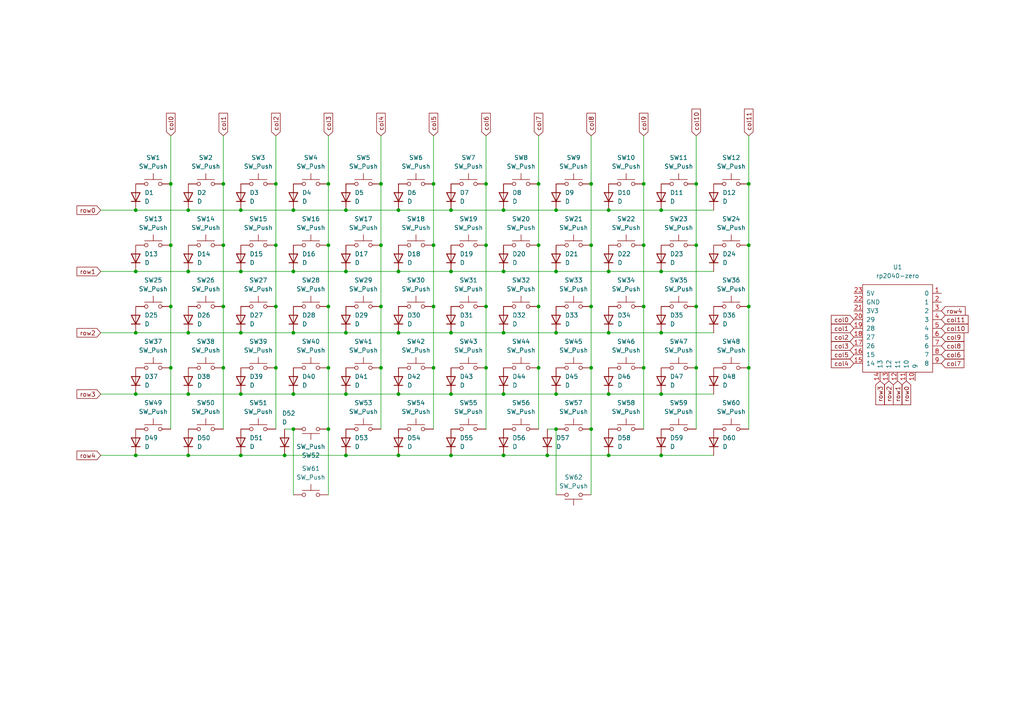
<source format=kicad_sch>
(kicad_sch (version 20231120) (generator "eeschema") (generator_version "8.0")
  (paper "A4")
  (title_block (title "Form Neo") (date "2024-10-06") (rev "1.0"))
  (junction (at 69.85 60.96))
  (junction (at 146.05 96.52))
  (junction (at 39.37 114.3))
  (junction (at 156.21 71.12))
  (junction (at 100.33 96.52))
  (junction (at 146.05 132.08))
  (junction (at 69.85 114.3))
  (junction (at 171.45 71.12))
  (junction (at 110.49 106.68))
  (junction (at 140.97 88.9))
  (junction (at 85.09 60.96))
  (junction (at 110.49 71.12))
  (junction (at 140.97 106.68))
  (junction (at 161.29 96.52))
  (junction (at 85.09 96.52))
  (junction (at 161.29 124.46))
  (junction (at 191.77 78.74))
  (junction (at 95.25 88.9))
  (junction (at 54.61 96.52))
  (junction (at 80.01 106.68))
  (junction (at 191.77 132.08))
  (junction (at 80.01 71.12))
  (junction (at 125.73 53.34))
  (junction (at 54.61 78.74))
  (junction (at 39.37 60.96))
  (junction (at 39.37 132.08))
  (junction (at 95.25 71.12))
  (junction (at 146.05 78.74))
  (junction (at 100.33 78.74))
  (junction (at 217.17 88.9))
  (junction (at 85.09 78.74))
  (junction (at 49.53 71.12))
  (junction (at 191.77 96.52))
  (junction (at 176.53 96.52))
  (junction (at 69.85 78.74))
  (junction (at 115.57 132.08))
  (junction (at 115.57 114.3))
  (junction (at 95.25 53.34))
  (junction (at 176.53 114.3))
  (junction (at 130.81 114.3))
  (junction (at 201.93 106.68))
  (junction (at 201.93 88.9))
  (junction (at 110.49 53.34))
  (junction (at 156.21 106.68))
  (junction (at 69.85 132.08))
  (junction (at 64.77 53.34))
  (junction (at 54.61 132.08))
  (junction (at 176.53 132.08))
  (junction (at 191.77 60.96))
  (junction (at 115.57 78.74))
  (junction (at 201.93 53.34))
  (junction (at 171.45 88.9))
  (junction (at 161.29 114.3))
  (junction (at 64.77 88.9))
  (junction (at 39.37 78.74))
  (junction (at 49.53 88.9))
  (junction (at 95.25 124.46))
  (junction (at 100.33 60.96))
  (junction (at 125.73 88.9))
  (junction (at 186.69 88.9))
  (junction (at 171.45 53.34))
  (junction (at 176.53 60.96))
  (junction (at 201.93 71.12))
  (junction (at 49.53 53.34))
  (junction (at 54.61 60.96))
  (junction (at 217.17 106.68))
  (junction (at 156.21 53.34))
  (junction (at 176.53 78.74))
  (junction (at 140.97 71.12))
  (junction (at 156.21 88.9))
  (junction (at 191.77 114.3))
  (junction (at 85.09 124.46))
  (junction (at 161.29 60.96))
  (junction (at 217.17 53.34))
  (junction (at 130.81 78.74))
  (junction (at 146.05 114.3))
  (junction (at 171.45 124.46))
  (junction (at 158.75 132.08))
  (junction (at 130.81 132.08))
  (junction (at 115.57 60.96))
  (junction (at 80.01 53.34))
  (junction (at 100.33 132.08))
  (junction (at 49.53 106.68))
  (junction (at 186.69 53.34))
  (junction (at 171.45 106.68))
  (junction (at 161.29 78.74))
  (junction (at 110.49 88.9))
  (junction (at 140.97 53.34))
  (junction (at 125.73 106.68))
  (junction (at 100.33 114.3))
  (junction (at 115.57 96.52))
  (junction (at 80.01 88.9))
  (junction (at 85.09 114.3))
  (junction (at 82.55 132.08))
  (junction (at 186.69 71.12))
  (junction (at 64.77 71.12))
  (junction (at 146.05 60.96))
  (junction (at 217.17 71.12))
  (junction (at 125.73 71.12))
  (junction (at 186.69 106.68))
  (junction (at 69.85 96.52))
  (junction (at 64.77 106.68))
  (junction (at 54.61 114.3))
  (junction (at 95.25 106.68))
  (junction (at 130.81 60.96))
  (junction (at 130.81 96.52))
  (junction (at 39.37 96.52))
  (wire (pts (xy 115.57 96.52) (xy 130.81 96.52)))
  (wire (pts (xy 201.93 53.34) (xy 201.93 71.12)))
  (wire (pts (xy 191.77 96.52) (xy 207.01 96.52)))
  (wire (pts (xy 115.57 60.96) (xy 130.81 60.96)))
  (wire (pts (xy 158.75 132.08) (xy 176.53 132.08)))
  (wire (pts (xy 110.49 53.34) (xy 110.49 71.12)))
  (wire (pts (xy 171.45 88.9) (xy 171.45 106.68)))
  (wire (pts (xy 125.73 39.37) (xy 125.73 53.34)))
  (wire (pts (xy 69.85 132.08) (xy 82.55 132.08)))
  (wire (pts (xy 69.85 114.3) (xy 85.09 114.3)))
  (wire (pts (xy 140.97 39.37) (xy 140.97 53.34)))
  (wire (pts (xy 49.53 88.9) (xy 49.53 106.68)))
  (wire (pts (xy 125.73 53.34) (xy 125.73 71.12)))
  (wire (pts (xy 176.53 96.52) (xy 191.77 96.52)))
  (wire (pts (xy 69.85 78.74) (xy 85.09 78.74)))
  (wire (pts (xy 95.25 124.46) (xy 95.25 143.51)))
  (wire (pts (xy 39.37 96.52) (xy 54.61 96.52)))
  (wire (pts (xy 110.49 106.68) (xy 110.49 124.46)))
  (wire (pts (xy 191.77 78.74) (xy 207.01 78.74)))
  (wire (pts (xy 201.93 71.12) (xy 201.93 88.9)))
  (wire (pts (xy 85.09 124.46) (xy 85.09 143.51)))
  (wire (pts (xy 186.69 71.12) (xy 186.69 88.9)))
  (wire (pts (xy 171.45 124.46) (xy 171.45 143.51)))
  (wire (pts (xy 95.25 53.34) (xy 95.25 71.12)))
  (wire (pts (xy 39.37 78.74) (xy 54.61 78.74)))
  (wire (pts (xy 85.09 114.3) (xy 100.33 114.3)))
  (wire (pts (xy 201.93 106.68) (xy 201.93 124.46)))
  (wire (pts (xy 161.29 124.46) (xy 161.29 143.51)))
  (wire (pts (xy 64.77 53.34) (xy 64.77 71.12)))
  (wire (pts (xy 29.21 132.08) (xy 39.37 132.08)))
  (wire (pts (xy 95.25 39.37) (xy 95.25 53.34)))
  (wire (pts (xy 158.75 124.46) (xy 161.29 124.46)))
  (wire (pts (xy 85.09 96.52) (xy 100.33 96.52)))
  (wire (pts (xy 217.17 39.37) (xy 217.17 53.34)))
  (wire (pts (xy 125.73 106.68) (xy 125.73 124.46)))
  (wire (pts (xy 95.25 88.9) (xy 95.25 106.68)))
  (wire (pts (xy 146.05 132.08) (xy 158.75 132.08)))
  (wire (pts (xy 130.81 132.08) (xy 146.05 132.08)))
  (wire (pts (xy 201.93 88.9) (xy 201.93 106.68)))
  (wire (pts (xy 146.05 114.3) (xy 161.29 114.3)))
  (wire (pts (xy 191.77 132.08) (xy 207.01 132.08)))
  (wire (pts (xy 29.21 96.52) (xy 39.37 96.52)))
  (wire (pts (xy 140.97 88.9) (xy 140.97 106.68)))
  (wire (pts (xy 64.77 39.37) (xy 64.77 53.34)))
  (wire (pts (xy 100.33 96.52) (xy 115.57 96.52)))
  (wire (pts (xy 217.17 106.68) (xy 217.17 124.46)))
  (wire (pts (xy 49.53 53.34) (xy 49.53 71.12)))
  (wire (pts (xy 130.81 96.52) (xy 146.05 96.52)))
  (wire (pts (xy 130.81 60.96) (xy 146.05 60.96)))
  (wire (pts (xy 82.55 132.08) (xy 100.33 132.08)))
  (wire (pts (xy 186.69 39.37) (xy 186.69 53.34)))
  (wire (pts (xy 110.49 71.12) (xy 110.49 88.9)))
  (wire (pts (xy 29.21 60.96) (xy 39.37 60.96)))
  (wire (pts (xy 85.09 60.96) (xy 100.33 60.96)))
  (wire (pts (xy 161.29 96.52) (xy 176.53 96.52)))
  (wire (pts (xy 140.97 71.12) (xy 140.97 88.9)))
  (wire (pts (xy 95.25 71.12) (xy 95.25 88.9)))
  (wire (pts (xy 140.97 53.34) (xy 140.97 71.12)))
  (wire (pts (xy 191.77 114.3) (xy 207.01 114.3)))
  (wire (pts (xy 85.09 78.74) (xy 100.33 78.74)))
  (wire (pts (xy 49.53 106.68) (xy 49.53 124.46)))
  (wire (pts (xy 156.21 88.9) (xy 156.21 106.68)))
  (wire (pts (xy 176.53 60.96) (xy 191.77 60.96)))
  (wire (pts (xy 100.33 132.08) (xy 115.57 132.08)))
  (wire (pts (xy 171.45 71.12) (xy 171.45 88.9)))
  (wire (pts (xy 80.01 39.37) (xy 80.01 53.34)))
  (wire (pts (xy 201.93 39.37) (xy 201.93 53.34)))
  (wire (pts (xy 110.49 39.37) (xy 110.49 53.34)))
  (wire (pts (xy 156.21 53.34) (xy 156.21 71.12)))
  (wire (pts (xy 110.49 88.9) (xy 110.49 106.68)))
  (wire (pts (xy 156.21 71.12) (xy 156.21 88.9)))
  (wire (pts (xy 49.53 71.12) (xy 49.53 88.9)))
  (wire (pts (xy 82.55 124.46) (xy 85.09 124.46)))
  (wire (pts (xy 130.81 78.74) (xy 146.05 78.74)))
  (wire (pts (xy 54.61 60.96) (xy 69.85 60.96)))
  (wire (pts (xy 64.77 106.68) (xy 64.77 124.46)))
  (wire (pts (xy 161.29 78.74) (xy 176.53 78.74)))
  (wire (pts (xy 69.85 60.96) (xy 85.09 60.96)))
  (wire (pts (xy 29.21 78.74) (xy 39.37 78.74)))
  (wire (pts (xy 217.17 53.34) (xy 217.17 71.12)))
  (wire (pts (xy 100.33 114.3) (xy 115.57 114.3)))
  (wire (pts (xy 80.01 88.9) (xy 80.01 106.68)))
  (wire (pts (xy 146.05 60.96) (xy 161.29 60.96)))
  (wire (pts (xy 176.53 132.08) (xy 191.77 132.08)))
  (wire (pts (xy 186.69 53.34) (xy 186.69 71.12)))
  (wire (pts (xy 115.57 78.74) (xy 130.81 78.74)))
  (wire (pts (xy 130.81 114.3) (xy 146.05 114.3)))
  (wire (pts (xy 54.61 78.74) (xy 69.85 78.74)))
  (wire (pts (xy 29.21 114.3) (xy 39.37 114.3)))
  (wire (pts (xy 80.01 71.12) (xy 80.01 88.9)))
  (wire (pts (xy 146.05 96.52) (xy 161.29 96.52)))
  (wire (pts (xy 115.57 132.08) (xy 130.81 132.08)))
  (wire (pts (xy 39.37 132.08) (xy 54.61 132.08)))
  (wire (pts (xy 125.73 71.12) (xy 125.73 88.9)))
  (wire (pts (xy 39.37 114.3) (xy 54.61 114.3)))
  (wire (pts (xy 54.61 132.08) (xy 69.85 132.08)))
  (wire (pts (xy 95.25 106.68) (xy 95.25 124.46)))
  (wire (pts (xy 39.37 60.96) (xy 54.61 60.96)))
  (wire (pts (xy 80.01 106.68) (xy 80.01 124.46)))
  (wire (pts (xy 100.33 60.96) (xy 115.57 60.96)))
  (wire (pts (xy 100.33 78.74) (xy 115.57 78.74)))
  (wire (pts (xy 217.17 88.9) (xy 217.17 106.68)))
  (wire (pts (xy 171.45 39.37) (xy 171.45 53.34)))
  (wire (pts (xy 176.53 114.3) (xy 191.77 114.3)))
  (wire (pts (xy 146.05 78.74) (xy 161.29 78.74)))
  (wire (pts (xy 171.45 53.34) (xy 171.45 71.12)))
  (wire (pts (xy 69.85 96.52) (xy 85.09 96.52)))
  (wire (pts (xy 115.57 114.3) (xy 130.81 114.3)))
  (wire (pts (xy 161.29 60.96) (xy 176.53 60.96)))
  (wire (pts (xy 171.45 106.68) (xy 171.45 124.46)))
  (wire (pts (xy 80.01 53.34) (xy 80.01 71.12)))
  (wire (pts (xy 217.17 71.12) (xy 217.17 88.9)))
  (wire (pts (xy 186.69 106.68) (xy 186.69 124.46)))
  (wire (pts (xy 156.21 39.37) (xy 156.21 53.34)))
  (wire (pts (xy 161.29 114.3) (xy 176.53 114.3)))
  (wire (pts (xy 125.73 88.9) (xy 125.73 106.68)))
  (wire (pts (xy 140.97 106.68) (xy 140.97 124.46)))
  (wire (pts (xy 156.21 106.68) (xy 156.21 124.46)))
  (wire (pts (xy 64.77 71.12) (xy 64.77 88.9)))
  (wire (pts (xy 186.69 88.9) (xy 186.69 106.68)))
  (wire (pts (xy 64.77 88.9) (xy 64.77 106.68)))
  (wire (pts (xy 54.61 114.3) (xy 69.85 114.3)))
  (wire (pts (xy 49.53 39.37) (xy 49.53 53.34)))
  (wire (pts (xy 176.53 78.74) (xy 191.77 78.74)))
  (wire (pts (xy 191.77 60.96) (xy 207.01 60.96)))
  (wire (pts (xy 54.61 96.52) (xy 69.85 96.52)))
  (global_label "row1" (shape input) (at 29.21 78.74 180) (property "Intersheetrefs" "${INTERSHEET_REFS}" (effects (hide yes))))
  (global_label "row0" (shape input) (at 29.21 60.96 180) (property "Intersheetrefs" "${INTERSHEET_REFS}" (effects (hide yes))))
  (global_label "col2" (shape input) (at 247.65 97.79 180) (property "Intersheetrefs" "${INTERSHEET_REFS}" (effects (hide yes))))
  (global_label "row1" (shape input) (at 260.35 110.49 270) (property "Intersheetrefs" "${INTERSHEET_REFS}" (effects (hide yes))))
  (global_label "col6" (shape input) (at 273.05 102.87 0) (property "Intersheetrefs" "${INTERSHEET_REFS}" (effects (hide yes))))
  (global_label "col9" (shape input) (at 273.05 97.79 0) (property "Intersheetrefs" "${INTERSHEET_REFS}" (effects (hide yes))))
  (global_label "col11" (shape input) (at 273.05 92.71 0) (property "Intersheetrefs" "${INTERSHEET_REFS}" (effects (hide yes))))
  (global_label "col5" (shape input) (at 247.65 102.87 180) (property "Intersheetrefs" "${INTERSHEET_REFS}" (effects (hide yes))))
  (global_label "col5" (shape input) (at 125.73 39.37 90) (property "Intersheetrefs" "${INTERSHEET_REFS}" (effects (hide yes))))
  (global_label "row4" (shape input) (at 29.21 132.08 180) (property "Intersheetrefs" "${INTERSHEET_REFS}" (effects (hide yes))))
  (global_label "col6" (shape input) (at 140.97 39.37 90) (property "Intersheetrefs" "${INTERSHEET_REFS}" (effects (hide yes))))
  (global_label "col7" (shape input) (at 156.21 39.37 90) (property "Intersheetrefs" "${INTERSHEET_REFS}" (effects (hide yes))))
  (global_label "col7" (shape input) (at 273.05 105.41 0) (property "Intersheetrefs" "${INTERSHEET_REFS}" (effects (hide yes))))
  (global_label "row3" (shape input) (at 255.27 110.49 270) (property "Intersheetrefs" "${INTERSHEET_REFS}" (effects (hide yes))))
  (global_label "col3" (shape input) (at 95.25 39.37 90) (property "Intersheetrefs" "${INTERSHEET_REFS}" (effects (hide yes))))
  (global_label "row2" (shape input) (at 29.21 96.52 180) (property "Intersheetrefs" "${INTERSHEET_REFS}" (effects (hide yes))))
  (global_label "col8" (shape input) (at 171.45 39.37 90) (property "Intersheetrefs" "${INTERSHEET_REFS}" (effects (hide yes))))
  (global_label "col1" (shape input) (at 247.65 95.25 180) (property "Intersheetrefs" "${INTERSHEET_REFS}" (effects (hide yes))))
  (global_label "col4" (shape input) (at 110.49 39.37 90) (property "Intersheetrefs" "${INTERSHEET_REFS}" (effects (hide yes))))
  (global_label "col0" (shape input) (at 49.53 39.37 90) (property "Intersheetrefs" "${INTERSHEET_REFS}" (effects (hide yes))))
  (global_label "col8" (shape input) (at 273.05 100.33 0) (property "Intersheetrefs" "${INTERSHEET_REFS}" (effects (hide yes))))
  (global_label "col0" (shape input) (at 247.65 92.71 180) (property "Intersheetrefs" "${INTERSHEET_REFS}" (effects (hide yes))))
  (global_label "col10" (shape input) (at 273.05 95.25 0) (property "Intersheetrefs" "${INTERSHEET_REFS}" (effects (hide yes))))
  (global_label "col1" (shape input) (at 64.77 39.37 90) (property "Intersheetrefs" "${INTERSHEET_REFS}" (effects (hide yes))))
  (global_label "col9" (shape input) (at 186.69 39.37 90) (property "Intersheetrefs" "${INTERSHEET_REFS}" (effects (hide yes))))
  (global_label "row4" (shape input) (at 273.05 90.17 0) (property "Intersheetrefs" "${INTERSHEET_REFS}" (effects (hide yes))))
  (global_label "col3" (shape input) (at 247.65 100.33 180) (property "Intersheetrefs" "${INTERSHEET_REFS}" (effects (hide yes))))
  (global_label "col10" (shape input) (at 201.93 39.37 90) (property "Intersheetrefs" "${INTERSHEET_REFS}" (effects (hide yes))))
  (global_label "col11" (shape input) (at 217.17 39.37 90) (property "Intersheetrefs" "${INTERSHEET_REFS}" (effects (hide yes))))
  (global_label "col2" (shape input) (at 80.01 39.37 90) (property "Intersheetrefs" "${INTERSHEET_REFS}" (effects (hide yes))))
  (global_label "col4" (shape input) (at 247.65 105.41 180) (property "Intersheetrefs" "${INTERSHEET_REFS}" (effects (hide yes))))
  (global_label "row0" (shape input) (at 262.89 110.49 270) (property "Intersheetrefs" "${INTERSHEET_REFS}" (effects (hide yes))))
  (global_label "row3" (shape input) (at 29.21 114.3 180) (property "Intersheetrefs" "${INTERSHEET_REFS}" (effects (hide yes))))
  (global_label "row2" (shape input) (at 257.81 110.49 270) (property "Intersheetrefs" "${INTERSHEET_REFS}" (effects (hide yes))))
  (symbol (lib_id "Device:D") (at 161.29 57.15 90) (unit 1)
    (property "Reference" "D9" (at 163.83 55.8799 90) (effects (justify right)))
    (property "Value" "D" (at 163.83 58.4199 90) (effects (justify right)))
    (property "Footprint" "kbd:D3_TH_SMD_v2" (effects (hide yes)))
    (property "Description" "Diode" (effects (hide yes)))
    (property "Sim.Device" "D" (effects (hide yes)))
    (property "Sim.Pins" "1=K 2=A" (effects (hide yes)))
  )
  (symbol (lib_id "Switch:SW_Push") (at 135.89 106.68 0) (unit 1)
    (property "Reference" "SW43" (at 135.89 99.06 0))
    (property "Value" "SW_Push" (at 135.89 101.6 0))
    (property "Footprint" "choc12-hotswap:choc12-hotswap" (effects (hide yes)))
    (property "Description" "Push button switch, generic, two pins" (effects (hide yes)))
  )
  (symbol (lib_id "Device:D") (at 191.77 128.27 90) (unit 1)
    (property "Reference" "D59" (at 194.31 126.9999 90) (effects (justify right)))
    (property "Value" "D" (at 194.31 129.5399 90) (effects (justify right)))
    (property "Footprint" "kbd:D3_TH_SMD_v2" (effects (hide yes)))
    (property "Description" "Diode" (effects (hide yes)))
    (property "Sim.Device" "D" (effects (hide yes)))
    (property "Sim.Pins" "1=K 2=A" (effects (hide yes)))
  )
  (symbol (lib_id "Switch:SW_Push") (at 44.45 124.46 0) (unit 1)
    (property "Reference" "SW49" (at 44.45 116.84 0))
    (property "Value" "SW_Push" (at 44.45 119.38 0))
    (property "Footprint" "choc12-hotswap:choc12-hotswap" (effects (hide yes)))
    (property "Description" "Push button switch, generic, two pins" (effects (hide yes)))
  )
  (symbol (lib_id "Switch:SW_Push") (at 151.13 53.34 0) (unit 1)
    (property "Reference" "SW8" (at 151.13 45.72 0))
    (property "Value" "SW_Push" (at 151.13 48.26 0))
    (property "Footprint" "choc12-hotswap:choc12-hotswap" (effects (hide yes)))
    (property "Description" "Push button switch, generic, two pins" (effects (hide yes)))
  )
  (symbol (lib_id "Device:D") (at 69.85 128.27 90) (unit 1)
    (property "Reference" "D51" (at 72.39 126.9999 90) (effects (justify right)))
    (property "Value" "D" (at 72.39 129.5399 90) (effects (justify right)))
    (property "Footprint" "kbd:D3_TH_SMD_v2" (effects (hide yes)))
    (property "Description" "Diode" (effects (hide yes)))
    (property "Sim.Device" "D" (effects (hide yes)))
    (property "Sim.Pins" "1=K 2=A" (effects (hide yes)))
  )
  (symbol (lib_id "Switch:SW_Push") (at 181.61 88.9 0) (unit 1)
    (property "Reference" "SW34" (at 181.61 81.28 0))
    (property "Value" "SW_Push" (at 181.61 83.82 0))
    (property "Footprint" "choc12-hotswap:choc12-hotswap" (effects (hide yes)))
    (property "Description" "Push button switch, generic, two pins" (effects (hide yes)))
  )
  (symbol (lib_id "Switch:SW_Push") (at 105.41 106.68 0) (unit 1)
    (property "Reference" "SW41" (at 105.41 99.06 0))
    (property "Value" "SW_Push" (at 105.41 101.6 0))
    (property "Footprint" "choc12-hotswap:choc12-hotswap" (effects (hide yes)))
    (property "Description" "Push button switch, generic, two pins" (effects (hide yes)))
  )
  (symbol (lib_id "Switch:SW_Push") (at 120.65 88.9 0) (unit 1)
    (property "Reference" "SW30" (at 120.65 81.28 0))
    (property "Value" "SW_Push" (at 120.65 83.82 0))
    (property "Footprint" "choc12-hotswap:choc12-hotswap" (effects (hide yes)))
    (property "Description" "Push button switch, generic, two pins" (effects (hide yes)))
  )
  (symbol (lib_id "Device:D") (at 191.77 110.49 90) (unit 1)
    (property "Reference" "D47" (at 194.31 109.2199 90) (effects (justify right)))
    (property "Value" "D" (at 194.31 111.7599 90) (effects (justify right)))
    (property "Footprint" "kbd:D3_TH_SMD_v2" (effects (hide yes)))
    (property "Description" "Diode" (effects (hide yes)))
    (property "Sim.Device" "D" (effects (hide yes)))
    (property "Sim.Pins" "1=K 2=A" (effects (hide yes)))
  )
  (symbol (lib_id "Switch:SW_Push") (at 90.17 71.12 0) (unit 1)
    (property "Reference" "SW16" (at 90.17 63.5 0))
    (property "Value" "SW_Push" (at 90.17 66.04 0))
    (property "Footprint" "choc12-hotswap:choc12-hotswap" (effects (hide yes)))
    (property "Description" "Push button switch, generic, two pins" (effects (hide yes)))
  )
  (symbol (lib_id "Device:D") (at 54.61 128.27 90) (unit 1)
    (property "Reference" "D50" (at 57.15 126.9999 90) (effects (justify right)))
    (property "Value" "D" (at 57.15 129.5399 90) (effects (justify right)))
    (property "Footprint" "kbd:D3_TH_SMD_v2" (effects (hide yes)))
    (property "Description" "Diode" (effects (hide yes)))
    (property "Sim.Device" "D" (effects (hide yes)))
    (property "Sim.Pins" "1=K 2=A" (effects (hide yes)))
  )
  (symbol (lib_id "Switch:SW_Push") (at 120.65 124.46 0) (unit 1)
    (property "Reference" "SW54" (at 120.65 116.84 0))
    (property "Value" "SW_Push" (at 120.65 119.38 0))
    (property "Footprint" "choc12-hotswap:choc12-hotswap" (effects (hide yes)))
    (property "Description" "Push button switch, generic, two pins" (effects (hide yes)))
  )
  (symbol (lib_id "Device:D") (at 115.57 92.71 90) (unit 1)
    (property "Reference" "D30" (at 118.11 91.4399 90) (effects (justify right)))
    (property "Value" "D" (at 118.11 93.9799 90) (effects (justify right)))
    (property "Footprint" "kbd:D3_TH_SMD_v2" (effects (hide yes)))
    (property "Description" "Diode" (effects (hide yes)))
    (property "Sim.Device" "D" (effects (hide yes)))
    (property "Sim.Pins" "1=K 2=A" (effects (hide yes)))
  )
  (symbol (lib_id "Device:D") (at 100.33 74.93 90) (unit 1)
    (property "Reference" "D17" (at 102.87 73.6599 90) (effects (justify right)))
    (property "Value" "D" (at 102.87 76.1999 90) (effects (justify right)))
    (property "Footprint" "kbd:D3_TH_SMD_v2" (effects (hide yes)))
    (property "Description" "Diode" (effects (hide yes)))
    (property "Sim.Device" "D" (effects (hide yes)))
    (property "Sim.Pins" "1=K 2=A" (effects (hide yes)))
  )
  (symbol (lib_id "Switch:SW_Push") (at 74.93 124.46 0) (unit 1)
    (property "Reference" "SW51" (at 74.93 116.84 0))
    (property "Value" "SW_Push" (at 74.93 119.38 0))
    (property "Footprint" "choc12-hotswap:choc12-hotswap" (effects (hide yes)))
    (property "Description" "Push button switch, generic, two pins" (effects (hide yes)))
  )
  (symbol (lib_id "Device:D") (at 115.57 128.27 90) (unit 1)
    (property "Reference" "D54" (at 118.11 126.9999 90) (effects (justify right)))
    (property "Value" "D" (at 118.11 129.5399 90) (effects (justify right)))
    (property "Footprint" "kbd:D3_TH_SMD_v2" (effects (hide yes)))
    (property "Description" "Diode" (effects (hide yes)))
    (property "Sim.Device" "D" (effects (hide yes)))
    (property "Sim.Pins" "1=K 2=A" (effects (hide yes)))
  )
  (symbol (lib_id "Switch:SW_Push") (at 196.85 71.12 0) (unit 1)
    (property "Reference" "SW23" (at 196.85 63.5 0))
    (property "Value" "SW_Push" (at 196.85 66.04 0))
    (property "Footprint" "choc12-hotswap:choc12-hotswap" (effects (hide yes)))
    (property "Description" "Push button switch, generic, two pins" (effects (hide yes)))
  )
  (symbol (lib_id "Switch:SW_Push") (at 120.65 53.34 0) (unit 1)
    (property "Reference" "SW6" (at 120.65 45.72 0))
    (property "Value" "SW_Push" (at 120.65 48.26 0))
    (property "Footprint" "choc12-hotswap:choc12-hotswap" (effects (hide yes)))
    (property "Description" "Push button switch, generic, two pins" (effects (hide yes)))
  )
  (symbol (lib_id "Device:D") (at 130.81 110.49 90) (unit 1)
    (property "Reference" "D43" (at 133.35 109.2199 90) (effects (justify right)))
    (property "Value" "D" (at 133.35 111.7599 90) (effects (justify right)))
    (property "Footprint" "kbd:D3_TH_SMD_v2" (effects (hide yes)))
    (property "Description" "Diode" (effects (hide yes)))
    (property "Sim.Device" "D" (effects (hide yes)))
    (property "Sim.Pins" "1=K 2=A" (effects (hide yes)))
  )
  (symbol (lib_id "Device:D") (at 115.57 110.49 90) (unit 1)
    (property "Reference" "D42" (at 118.11 109.2199 90) (effects (justify right)))
    (property "Value" "D" (at 118.11 111.7599 90) (effects (justify right)))
    (property "Footprint" "kbd:D3_TH_SMD_v2" (effects (hide yes)))
    (property "Description" "Diode" (effects (hide yes)))
    (property "Sim.Device" "D" (effects (hide yes)))
    (property "Sim.Pins" "1=K 2=A" (effects (hide yes)))
  )
  (symbol (lib_id "Device:D") (at 85.09 110.49 90) (unit 1)
    (property "Reference" "D40" (at 87.63 109.2199 90) (effects (justify right)))
    (property "Value" "D" (at 87.63 111.7599 90) (effects (justify right)))
    (property "Footprint" "kbd:D3_TH_SMD_v2" (effects (hide yes)))
    (property "Description" "Diode" (effects (hide yes)))
    (property "Sim.Device" "D" (effects (hide yes)))
    (property "Sim.Pins" "1=K 2=A" (effects (hide yes)))
  )
  (symbol (lib_id "Device:D") (at 161.29 92.71 90) (unit 1)
    (property "Reference" "D33" (at 163.83 91.4399 90) (effects (justify right)))
    (property "Value" "D" (at 163.83 93.9799 90) (effects (justify right)))
    (property "Footprint" "kbd:D3_TH_SMD_v2" (effects (hide yes)))
    (property "Description" "Diode" (effects (hide yes)))
    (property "Sim.Device" "D" (effects (hide yes)))
    (property "Sim.Pins" "1=K 2=A" (effects (hide yes)))
  )
  (symbol (lib_id "Device:D") (at 146.05 110.49 90) (unit 1)
    (property "Reference" "D44" (at 148.59 109.2199 90) (effects (justify right)))
    (property "Value" "D" (at 148.59 111.7599 90) (effects (justify right)))
    (property "Footprint" "kbd:D3_TH_SMD_v2" (effects (hide yes)))
    (property "Description" "Diode" (effects (hide yes)))
    (property "Sim.Device" "D" (effects (hide yes)))
    (property "Sim.Pins" "1=K 2=A" (effects (hide yes)))
  )
  (symbol (lib_id "Switch:SW_Push") (at 44.45 53.34 0) (unit 1)
    (property "Reference" "SW1" (at 44.45 45.72 0))
    (property "Value" "SW_Push" (at 44.45 48.26 0))
    (property "Footprint" "choc12-hotswap:choc12-hotswap" (effects (hide yes)))
    (property "Description" "Push button switch, generic, two pins" (effects (hide yes)))
  )
  (symbol (lib_id "Switch:SW_Push") (at 120.65 71.12 0) (unit 1)
    (property "Reference" "SW18" (at 120.65 63.5 0))
    (property "Value" "SW_Push" (at 120.65 66.04 0))
    (property "Footprint" "choc12-hotswap:choc12-hotswap" (effects (hide yes)))
    (property "Description" "Push button switch, generic, two pins" (effects (hide yes)))
  )
  (symbol (lib_id "Switch:SW_Push") (at 44.45 88.9 0) (unit 1)
    (property "Reference" "SW25" (at 44.45 81.28 0))
    (property "Value" "SW_Push" (at 44.45 83.82 0))
    (property "Footprint" "choc12-hotswap:choc12-hotswap" (effects (hide yes)))
    (property "Description" "Push button switch, generic, two pins" (effects (hide yes)))
  )
  (symbol (lib_id "Device:D") (at 130.81 57.15 90) (unit 1)
    (property "Reference" "D7" (at 133.35 55.8799 90) (effects (justify right)))
    (property "Value" "D" (at 133.35 58.4199 90) (effects (justify right)))
    (property "Footprint" "kbd:D3_TH_SMD_v2" (effects (hide yes)))
    (property "Description" "Diode" (effects (hide yes)))
    (property "Sim.Device" "D" (effects (hide yes)))
    (property "Sim.Pins" "1=K 2=A" (effects (hide yes)))
  )
  (symbol (lib_id "Switch:SW_Push") (at 135.89 88.9 0) (unit 1)
    (property "Reference" "SW31" (at 135.89 81.28 0))
    (property "Value" "SW_Push" (at 135.89 83.82 0))
    (property "Footprint" "choc12-hotswap:choc12-hotswap" (effects (hide yes)))
    (property "Description" "Push button switch, generic, two pins" (effects (hide yes)))
  )
  (symbol (lib_id "Switch:SW_Push") (at 166.37 53.34 0) (unit 1)
    (property "Reference" "SW9" (at 166.37 45.72 0))
    (property "Value" "SW_Push" (at 166.37 48.26 0))
    (property "Footprint" "choc12-hotswap:choc12-hotswap" (effects (hide yes)))
    (property "Description" "Push button switch, generic, two pins" (effects (hide yes)))
  )
  (symbol (lib_id "Device:D") (at 176.53 110.49 90) (unit 1)
    (property "Reference" "D46" (at 179.07 109.2199 90) (effects (justify right)))
    (property "Value" "D" (at 179.07 111.7599 90) (effects (justify right)))
    (property "Footprint" "kbd:D3_TH_SMD_v2" (effects (hide yes)))
    (property "Description" "Diode" (effects (hide yes)))
    (property "Sim.Device" "D" (effects (hide yes)))
    (property "Sim.Pins" "1=K 2=A" (effects (hide yes)))
  )
  (symbol (lib_id "Device:D") (at 158.75 128.27 90) (unit 1)
    (property "Reference" "D57" (at 161.29 126.9999 90) (effects (justify right)))
    (property "Value" "D" (at 161.29 129.5399 90) (effects (justify right)))
    (property "Footprint" "kbd:D3_TH_SMD_v2" (effects (hide yes)))
    (property "Description" "Diode" (effects (hide yes)))
    (property "Sim.Device" "D" (effects (hide yes)))
    (property "Sim.Pins" "1=K 2=A" (effects (hide yes)))
  )
  (symbol (lib_id "mcu:rp2040-zero") (at 260.35 93.98 0) (unit 1)
    (property "Reference" "U1" (at 260.35 77.47 0))
    (property "Value" "rp2040-zero" (at 260.35 80.01 0))
    (property "Footprint" "rp2040-tiny:rp2040-tiny" (effects (hide yes)))
  )
  (symbol (lib_id "Switch:SW_Push") (at 166.37 71.12 0) (unit 1)
    (property "Reference" "SW21" (at 166.37 63.5 0))
    (property "Value" "SW_Push" (at 166.37 66.04 0))
    (property "Footprint" "choc12-hotswap:choc12-hotswap" (effects (hide yes)))
    (property "Description" "Push button switch, generic, two pins" (effects (hide yes)))
  )
  (symbol (lib_id "Switch:SW_Push") (at 90.17 143.51 0) (unit 1)
    (property "Reference" "SW61" (at 90.17 135.89 0))
    (property "Value" "SW_Push" (at 90.17 138.43 0))
    (property "Footprint" "choc12-hotswap:choc12-hotswap" (effects (hide yes)))
    (property "Description" "Push button switch, generic, two pins" (effects (hide yes)))
  )
  (symbol (lib_id "Device:D") (at 146.05 74.93 90) (unit 1)
    (property "Reference" "D20" (at 148.59 73.6599 90) (effects (justify right)))
    (property "Value" "D" (at 148.59 76.1999 90) (effects (justify right)))
    (property "Footprint" "kbd:D3_TH_SMD_v2" (effects (hide yes)))
    (property "Description" "Diode" (effects (hide yes)))
    (property "Sim.Device" "D" (effects (hide yes)))
    (property "Sim.Pins" "1=K 2=A" (effects (hide yes)))
  )
  (symbol (lib_id "Device:D") (at 54.61 57.15 90) (unit 1)
    (property "Reference" "D2" (at 57.15 55.8799 90) (effects (justify right)))
    (property "Value" "D" (at 57.15 58.4199 90) (effects (justify right)))
    (property "Footprint" "kbd:D3_TH_SMD_v2" (effects (hide yes)))
    (property "Description" "Diode" (effects (hide yes)))
    (property "Sim.Device" "D" (effects (hide yes)))
    (property "Sim.Pins" "1=K 2=A" (effects (hide yes)))
  )
  (symbol (lib_id "Device:D") (at 176.53 74.93 90) (unit 1)
    (property "Reference" "D22" (at 179.07 73.6599 90) (effects (justify right)))
    (property "Value" "D" (at 179.07 76.1999 90) (effects (justify right)))
    (property "Footprint" "kbd:D3_TH_SMD_v2" (effects (hide yes)))
    (property "Description" "Diode" (effects (hide yes)))
    (property "Sim.Device" "D" (effects (hide yes)))
    (property "Sim.Pins" "1=K 2=A" (effects (hide yes)))
  )
  (symbol (lib_id "Switch:SW_Push") (at 59.69 88.9 0) (unit 1)
    (property "Reference" "SW26" (at 59.69 81.28 0))
    (property "Value" "SW_Push" (at 59.69 83.82 0))
    (property "Footprint" "choc12-hotswap:choc12-hotswap" (effects (hide yes)))
    (property "Description" "Push button switch, generic, two pins" (effects (hide yes)))
  )
  (symbol (lib_id "Switch:SW_Push") (at 166.37 124.46 0) (unit 1)
    (property "Reference" "SW57" (at 166.37 116.84 0))
    (property "Value" "SW_Push" (at 166.37 119.38 0))
    (property "Footprint" "choc12-hotswap:choc12-hotswap" (effects (hide yes)))
    (property "Description" "Push button switch, generic, two pins" (effects (hide yes)))
  )
  (symbol (lib_id "Switch:SW_Push") (at 105.41 71.12 0) (unit 1)
    (property "Reference" "SW17" (at 105.41 63.5 0))
    (property "Value" "SW_Push" (at 105.41 66.04 0))
    (property "Footprint" "choc12-hotswap:choc12-hotswap" (effects (hide yes)))
    (property "Description" "Push button switch, generic, two pins" (effects (hide yes)))
  )
  (symbol (lib_id "Device:D") (at 207.01 110.49 90) (unit 1)
    (property "Reference" "D48" (at 209.55 109.2199 90) (effects (justify right)))
    (property "Value" "D" (at 209.55 111.7599 90) (effects (justify right)))
    (property "Footprint" "kbd:D3_TH_SMD_v2" (effects (hide yes)))
    (property "Description" "Diode" (effects (hide yes)))
    (property "Sim.Device" "D" (effects (hide yes)))
    (property "Sim.Pins" "1=K 2=A" (effects (hide yes)))
  )
  (symbol (lib_id "Switch:SW_Push") (at 181.61 71.12 0) (unit 1)
    (property "Reference" "SW22" (at 181.61 63.5 0))
    (property "Value" "SW_Push" (at 181.61 66.04 0))
    (property "Footprint" "choc12-hotswap:choc12-hotswap" (effects (hide yes)))
    (property "Description" "Push button switch, generic, two pins" (effects (hide yes)))
  )
  (symbol (lib_id "Device:D") (at 130.81 74.93 90) (unit 1)
    (property "Reference" "D19" (at 133.35 73.6599 90) (effects (justify right)))
    (property "Value" "D" (at 133.35 76.1999 90) (effects (justify right)))
    (property "Footprint" "kbd:D3_TH_SMD_v2" (effects (hide yes)))
    (property "Description" "Diode" (effects (hide yes)))
    (property "Sim.Device" "D" (effects (hide yes)))
    (property "Sim.Pins" "1=K 2=A" (effects (hide yes)))
  )
  (symbol (lib_id "Device:D") (at 54.61 92.71 90) (unit 1)
    (property "Reference" "D26" (at 57.15 91.4399 90) (effects (justify right)))
    (property "Value" "D" (at 57.15 93.9799 90) (effects (justify right)))
    (property "Footprint" "kbd:D3_TH_SMD_v2" (effects (hide yes)))
    (property "Description" "Diode" (effects (hide yes)))
    (property "Sim.Device" "D" (effects (hide yes)))
    (property "Sim.Pins" "1=K 2=A" (effects (hide yes)))
  )
  (symbol (lib_id "Switch:SW_Push") (at 196.85 106.68 0) (unit 1)
    (property "Reference" "SW47" (at 196.85 99.06 0))
    (property "Value" "SW_Push" (at 196.85 101.6 0))
    (property "Footprint" "choc12-hotswap:choc12-hotswap" (effects (hide yes)))
    (property "Description" "Push button switch, generic, two pins" (effects (hide yes)))
  )
  (symbol (lib_id "Device:D") (at 82.55 128.27 90) (unit 1)
    (property "Reference" "D52" (at 81.788 119.888 90) (effects (justify right)))
    (property "Value" "D" (at 81.788 122.428 90) (effects (justify right)))
    (property "Footprint" "kbd:D3_TH_SMD_v2" (effects (hide yes)))
    (property "Description" "Diode" (effects (hide yes)))
    (property "Sim.Device" "D" (effects (hide yes)))
    (property "Sim.Pins" "1=K 2=A" (effects (hide yes)))
  )
  (symbol (lib_id "Device:D") (at 100.33 128.27 90) (unit 1)
    (property "Reference" "D53" (at 102.87 126.9999 90) (effects (justify right)))
    (property "Value" "D" (at 102.87 129.5399 90) (effects (justify right)))
    (property "Footprint" "kbd:D3_TH_SMD_v2" (effects (hide yes)))
    (property "Description" "Diode" (effects (hide yes)))
    (property "Sim.Device" "D" (effects (hide yes)))
    (property "Sim.Pins" "1=K 2=A" (effects (hide yes)))
  )
  (symbol (lib_id "Device:D") (at 207.01 57.15 90) (unit 1)
    (property "Reference" "D12" (at 209.55 55.8799 90) (effects (justify right)))
    (property "Value" "D" (at 209.55 58.4199 90) (effects (justify right)))
    (property "Footprint" "kbd:D3_TH_SMD_v2" (effects (hide yes)))
    (property "Description" "Diode" (effects (hide yes)))
    (property "Sim.Device" "D" (effects (hide yes)))
    (property "Sim.Pins" "1=K 2=A" (effects (hide yes)))
  )
  (symbol (lib_id "Device:D") (at 191.77 57.15 90) (unit 1)
    (property "Reference" "D11" (at 194.31 55.8799 90) (effects (justify right)))
    (property "Value" "D" (at 194.31 58.4199 90) (effects (justify right)))
    (property "Footprint" "kbd:D3_TH_SMD_v2" (effects (hide yes)))
    (property "Description" "Diode" (effects (hide yes)))
    (property "Sim.Device" "D" (effects (hide yes)))
    (property "Sim.Pins" "1=K 2=A" (effects (hide yes)))
  )
  (symbol (lib_id "Switch:SW_Push") (at 105.41 124.46 0) (unit 1)
    (property "Reference" "SW53" (at 105.41 116.84 0))
    (property "Value" "SW_Push" (at 105.41 119.38 0))
    (property "Footprint" "choc12-hotswap:choc12-hotswap" (effects (hide yes)))
    (property "Description" "Push button switch, generic, two pins" (effects (hide yes)))
  )
  (symbol (lib_id "Switch:SW_Push") (at 59.69 106.68 0) (unit 1)
    (property "Reference" "SW38" (at 59.69 99.06 0))
    (property "Value" "SW_Push" (at 59.69 101.6 0))
    (property "Footprint" "choc12-hotswap:choc12-hotswap" (effects (hide yes)))
    (property "Description" "Push button switch, generic, two pins" (effects (hide yes)))
  )
  (symbol (lib_id "Switch:SW_Push") (at 181.61 106.68 0) (unit 1)
    (property "Reference" "SW46" (at 181.61 99.06 0))
    (property "Value" "SW_Push" (at 181.61 101.6 0))
    (property "Footprint" "choc12-hotswap:choc12-hotswap" (effects (hide yes)))
    (property "Description" "Push button switch, generic, two pins" (effects (hide yes)))
  )
  (symbol (lib_id "Switch:SW_Push") (at 105.41 53.34 0) (unit 1)
    (property "Reference" "SW5" (at 105.41 45.72 0))
    (property "Value" "SW_Push" (at 105.41 48.26 0))
    (property "Footprint" "choc12-hotswap:choc12-hotswap" (effects (hide yes)))
    (property "Description" "Push button switch, generic, two pins" (effects (hide yes)))
  )
  (symbol (lib_id "Switch:SW_Push") (at 166.37 106.68 0) (unit 1)
    (property "Reference" "SW45" (at 166.37 99.06 0))
    (property "Value" "SW_Push" (at 166.37 101.6 0))
    (property "Footprint" "choc12-hotswap:choc12-hotswap" (effects (hide yes)))
    (property "Description" "Push button switch, generic, two pins" (effects (hide yes)))
  )
  (symbol (lib_id "Switch:SW_Push") (at 120.65 106.68 0) (unit 1)
    (property "Reference" "SW42" (at 120.65 99.06 0))
    (property "Value" "SW_Push" (at 120.65 101.6 0))
    (property "Footprint" "choc12-hotswap:choc12-hotswap" (effects (hide yes)))
    (property "Description" "Push button switch, generic, two pins" (effects (hide yes)))
  )
  (symbol (lib_id "Switch:SW_Push") (at 90.17 106.68 0) (unit 1)
    (property "Reference" "SW40" (at 90.17 99.06 0))
    (property "Value" "SW_Push" (at 90.17 101.6 0))
    (property "Footprint" "choc12-hotswap:choc12-hotswap" (effects (hide yes)))
    (property "Description" "Push button switch, generic, two pins" (effects (hide yes)))
  )
  (symbol (lib_id "Switch:SW_Push") (at 212.09 124.46 0) (unit 1)
    (property "Reference" "SW60" (at 212.09 116.84 0))
    (property "Value" "SW_Push" (at 212.09 119.38 0))
    (property "Footprint" "choc12-hotswap:choc12-hotswap" (effects (hide yes)))
    (property "Description" "Push button switch, generic, two pins" (effects (hide yes)))
  )
  (symbol (lib_id "Device:D") (at 146.05 57.15 90) (unit 1)
    (property "Reference" "D8" (at 148.59 55.8799 90) (effects (justify right)))
    (property "Value" "D" (at 148.59 58.4199 90) (effects (justify right)))
    (property "Footprint" "kbd:D3_TH_SMD_v2" (effects (hide yes)))
    (property "Description" "Diode" (effects (hide yes)))
    (property "Sim.Device" "D" (effects (hide yes)))
    (property "Sim.Pins" "1=K 2=A" (effects (hide yes)))
  )
  (symbol (lib_id "Switch:SW_Push") (at 105.41 88.9 0) (unit 1)
    (property "Reference" "SW29" (at 105.41 81.28 0))
    (property "Value" "SW_Push" (at 105.41 83.82 0))
    (property "Footprint" "choc12-hotswap:choc12-hotswap" (effects (hide yes)))
    (property "Description" "Push button switch, generic, two pins" (effects (hide yes)))
  )
  (symbol (lib_id "Switch:SW_Push") (at 212.09 106.68 0) (unit 1)
    (property "Reference" "SW48" (at 212.09 99.06 0))
    (property "Value" "SW_Push" (at 212.09 101.6 0))
    (property "Footprint" "choc12-hotswap:choc12-hotswap" (effects (hide yes)))
    (property "Description" "Push button switch, generic, two pins" (effects (hide yes)))
  )
  (symbol (lib_id "Device:D") (at 85.09 92.71 90) (unit 1)
    (property "Reference" "D28" (at 87.63 91.4399 90) (effects (justify right)))
    (property "Value" "D" (at 87.63 93.9799 90) (effects (justify right)))
    (property "Footprint" "kbd:D3_TH_SMD_v2" (effects (hide yes)))
    (property "Description" "Diode" (effects (hide yes)))
    (property "Sim.Device" "D" (effects (hide yes)))
    (property "Sim.Pins" "1=K 2=A" (effects (hide yes)))
  )
  (symbol (lib_id "Device:D") (at 207.01 92.71 90) (unit 1)
    (property "Reference" "D36" (at 209.55 91.4399 90) (effects (justify right)))
    (property "Value" "D" (at 209.55 93.9799 90) (effects (justify right)))
    (property "Footprint" "kbd:D3_TH_SMD_v2" (effects (hide yes)))
    (property "Description" "Diode" (effects (hide yes)))
    (property "Sim.Device" "D" (effects (hide yes)))
    (property "Sim.Pins" "1=K 2=A" (effects (hide yes)))
  )
  (symbol (lib_id "Switch:SW_Push") (at 212.09 71.12 0) (unit 1)
    (property "Reference" "SW24" (at 212.09 63.5 0))
    (property "Value" "SW_Push" (at 212.09 66.04 0))
    (property "Footprint" "choc12-hotswap:choc12-hotswap" (effects (hide yes)))
    (property "Description" "Push button switch, generic, two pins" (effects (hide yes)))
  )
  (symbol (lib_id "Device:D") (at 161.29 74.93 90) (unit 1)
    (property "Reference" "D21" (at 163.83 73.6599 90) (effects (justify right)))
    (property "Value" "D" (at 163.83 76.1999 90) (effects (justify right)))
    (property "Footprint" "kbd:D3_TH_SMD_v2" (effects (hide yes)))
    (property "Description" "Diode" (effects (hide yes)))
    (property "Sim.Device" "D" (effects (hide yes)))
    (property "Sim.Pins" "1=K 2=A" (effects (hide yes)))
  )
  (symbol (lib_id "Device:D") (at 69.85 110.49 90) (unit 1)
    (property "Reference" "D39" (at 72.39 109.2199 90) (effects (justify right)))
    (property "Value" "D" (at 72.39 111.7599 90) (effects (justify right)))
    (property "Footprint" "kbd:D3_TH_SMD_v2" (effects (hide yes)))
    (property "Description" "Diode" (effects (hide yes)))
    (property "Sim.Device" "D" (effects (hide yes)))
    (property "Sim.Pins" "1=K 2=A" (effects (hide yes)))
  )
  (symbol (lib_id "Device:D") (at 130.81 128.27 90) (unit 1)
    (property "Reference" "D55" (at 133.35 126.9999 90) (effects (justify right)))
    (property "Value" "D" (at 133.35 129.5399 90) (effects (justify right)))
    (property "Footprint" "kbd:D3_TH_SMD_v2" (effects (hide yes)))
    (property "Description" "Diode" (effects (hide yes)))
    (property "Sim.Device" "D" (effects (hide yes)))
    (property "Sim.Pins" "1=K 2=A" (effects (hide yes)))
  )
  (symbol (lib_id "Device:D") (at 130.81 92.71 90) (unit 1)
    (property "Reference" "D31" (at 133.35 91.4399 90) (effects (justify right)))
    (property "Value" "D" (at 133.35 93.9799 90) (effects (justify right)))
    (property "Footprint" "kbd:D3_TH_SMD_v2" (effects (hide yes)))
    (property "Description" "Diode" (effects (hide yes)))
    (property "Sim.Device" "D" (effects (hide yes)))
    (property "Sim.Pins" "1=K 2=A" (effects (hide yes)))
  )
  (symbol (lib_id "Device:D") (at 146.05 128.27 90) (unit 1)
    (property "Reference" "D56" (at 148.59 126.9999 90) (effects (justify right)))
    (property "Value" "D" (at 148.59 129.5399 90) (effects (justify right)))
    (property "Footprint" "kbd:D3_TH_SMD_v2" (effects (hide yes)))
    (property "Description" "Diode" (effects (hide yes)))
    (property "Sim.Device" "D" (effects (hide yes)))
    (property "Sim.Pins" "1=K 2=A" (effects (hide yes)))
  )
  (symbol (lib_id "Switch:SW_Push") (at 59.69 124.46 0) (unit 1)
    (property "Reference" "SW50" (at 59.69 116.84 0))
    (property "Value" "SW_Push" (at 59.69 119.38 0))
    (property "Footprint" "choc12-hotswap:choc12-hotswap" (effects (hide yes)))
    (property "Description" "Push button switch, generic, two pins" (effects (hide yes)))
  )
  (symbol (lib_id "Device:D") (at 176.53 128.27 90) (unit 1)
    (property "Reference" "D58" (at 179.07 126.9999 90) (effects (justify right)))
    (property "Value" "D" (at 179.07 129.5399 90) (effects (justify right)))
    (property "Footprint" "kbd:D3_TH_SMD_v2" (effects (hide yes)))
    (property "Description" "Diode" (effects (hide yes)))
    (property "Sim.Device" "D" (effects (hide yes)))
    (property "Sim.Pins" "1=K 2=A" (effects (hide yes)))
  )
  (symbol (lib_id "Switch:SW_Push") (at 166.37 143.51 180) (unit 1)
    (property "Reference" "SW62" (at 166.37 138.43 0))
    (property "Value" "SW_Push" (at 166.37 140.97 0))
    (property "Footprint" "choc12-hotswap:choc12-hotswap" (effects (hide yes)))
    (property "Description" "Push button switch, generic, two pins" (effects (hide yes)))
  )
  (symbol (lib_id "Switch:SW_Push") (at 196.85 124.46 0) (unit 1)
    (property "Reference" "SW59" (at 196.85 116.84 0))
    (property "Value" "SW_Push" (at 196.85 119.38 0))
    (property "Footprint" "choc12-hotswap:choc12-hotswap" (effects (hide yes)))
    (property "Description" "Push button switch, generic, two pins" (effects (hide yes)))
  )
  (symbol (lib_id "Switch:SW_Push") (at 74.93 88.9 0) (unit 1)
    (property "Reference" "SW27" (at 74.93 81.28 0))
    (property "Value" "SW_Push" (at 74.93 83.82 0))
    (property "Footprint" "choc12-hotswap:choc12-hotswap" (effects (hide yes)))
    (property "Description" "Push button switch, generic, two pins" (effects (hide yes)))
  )
  (symbol (lib_id "Device:D") (at 100.33 92.71 90) (unit 1)
    (property "Reference" "D29" (at 102.87 91.4399 90) (effects (justify right)))
    (property "Value" "D" (at 102.87 93.9799 90) (effects (justify right)))
    (property "Footprint" "kbd:D3_TH_SMD_v2" (effects (hide yes)))
    (property "Description" "Diode" (effects (hide yes)))
    (property "Sim.Device" "D" (effects (hide yes)))
    (property "Sim.Pins" "1=K 2=A" (effects (hide yes)))
  )
  (symbol (lib_id "Switch:SW_Push") (at 166.37 88.9 0) (unit 1)
    (property "Reference" "SW33" (at 166.37 81.28 0))
    (property "Value" "SW_Push" (at 166.37 83.82 0))
    (property "Footprint" "choc12-hotswap:choc12-hotswap" (effects (hide yes)))
    (property "Description" "Push button switch, generic, two pins" (effects (hide yes)))
  )
  (symbol (lib_id "Switch:SW_Push") (at 181.61 124.46 0) (unit 1)
    (property "Reference" "SW58" (at 181.61 116.84 0))
    (property "Value" "SW_Push" (at 181.61 119.38 0))
    (property "Footprint" "choc12-hotswap:choc12-hotswap" (effects (hide yes)))
    (property "Description" "Push button switch, generic, two pins" (effects (hide yes)))
  )
  (symbol (lib_id "Switch:SW_Push") (at 151.13 71.12 0) (unit 1)
    (property "Reference" "SW20" (at 151.13 63.5 0))
    (property "Value" "SW_Push" (at 151.13 66.04 0))
    (property "Footprint" "choc12-hotswap:choc12-hotswap" (effects (hide yes)))
    (property "Description" "Push button switch, generic, two pins" (effects (hide yes)))
  )
  (symbol (lib_id "Switch:SW_Push") (at 90.17 124.46 180) (unit 1)
    (property "Reference" "SW52" (at 90.17 132.08 0))
    (property "Value" "SW_Push" (at 90.17 129.54 0))
    (property "Footprint" "choc12-hotswap:choc12-hotswap" (effects (hide yes)))
    (property "Description" "Push button switch, generic, two pins" (effects (hide yes)))
  )
  (symbol (lib_id "Switch:SW_Push") (at 74.93 71.12 0) (unit 1)
    (property "Reference" "SW15" (at 74.93 63.5 0))
    (property "Value" "SW_Push" (at 74.93 66.04 0))
    (property "Footprint" "choc12-hotswap:choc12-hotswap" (effects (hide yes)))
    (property "Description" "Push button switch, generic, two pins" (effects (hide yes)))
  )
  (symbol (lib_id "Switch:SW_Push") (at 135.89 71.12 0) (unit 1)
    (property "Reference" "SW19" (at 135.89 63.5 0))
    (property "Value" "SW_Push" (at 135.89 66.04 0))
    (property "Footprint" "choc12-hotswap:choc12-hotswap" (effects (hide yes)))
    (property "Description" "Push button switch, generic, two pins" (effects (hide yes)))
  )
  (symbol (lib_id "Switch:SW_Push") (at 90.17 88.9 0) (unit 1)
    (property "Reference" "SW28" (at 90.17 81.28 0))
    (property "Value" "SW_Push" (at 90.17 83.82 0))
    (property "Footprint" "choc12-hotswap:choc12-hotswap" (effects (hide yes)))
    (property "Description" "Push button switch, generic, two pins" (effects (hide yes)))
  )
  (symbol (lib_id "Switch:SW_Push") (at 59.69 71.12 0) (unit 1)
    (property "Reference" "SW14" (at 59.69 63.5 0))
    (property "Value" "SW_Push" (at 59.69 66.04 0))
    (property "Footprint" "choc12-hotswap:choc12-hotswap" (effects (hide yes)))
    (property "Description" "Push button switch, generic, two pins" (effects (hide yes)))
  )
  (symbol (lib_id "Switch:SW_Push") (at 212.09 88.9 0) (unit 1)
    (property "Reference" "SW36" (at 212.09 81.28 0))
    (property "Value" "SW_Push" (at 212.09 83.82 0))
    (property "Footprint" "choc12-hotswap:choc12-hotswap" (effects (hide yes)))
    (property "Description" "Push button switch, generic, two pins" (effects (hide yes)))
  )
  (symbol (lib_id "Device:D") (at 100.33 57.15 90) (unit 1)
    (property "Reference" "D5" (at 102.87 55.8799 90) (effects (justify right)))
    (property "Value" "D" (at 102.87 58.4199 90) (effects (justify right)))
    (property "Footprint" "kbd:D3_TH_SMD_v2" (effects (hide yes)))
    (property "Description" "Diode" (effects (hide yes)))
    (property "Sim.Device" "D" (effects (hide yes)))
    (property "Sim.Pins" "1=K 2=A" (effects (hide yes)))
  )
  (symbol (lib_id "Device:D") (at 207.01 128.27 90) (unit 1)
    (property "Reference" "D60" (at 209.55 126.9999 90) (effects (justify right)))
    (property "Value" "D" (at 209.55 129.5399 90) (effects (justify right)))
    (property "Footprint" "kbd:D3_TH_SMD_v2" (effects (hide yes)))
    (property "Description" "Diode" (effects (hide yes)))
    (property "Sim.Device" "D" (effects (hide yes)))
    (property "Sim.Pins" "1=K 2=A" (effects (hide yes)))
  )
  (symbol (lib_id "Device:D") (at 69.85 74.93 90) (unit 1)
    (property "Reference" "D15" (at 72.39 73.6599 90) (effects (justify right)))
    (property "Value" "D" (at 72.39 76.1999 90) (effects (justify right)))
    (property "Footprint" "kbd:D3_TH_SMD_v2" (effects (hide yes)))
    (property "Description" "Diode" (effects (hide yes)))
    (property "Sim.Device" "D" (effects (hide yes)))
    (property "Sim.Pins" "1=K 2=A" (effects (hide yes)))
  )
  (symbol (lib_id "Device:D") (at 146.05 92.71 90) (unit 1)
    (property "Reference" "D32" (at 148.59 91.4399 90) (effects (justify right)))
    (property "Value" "D" (at 148.59 93.9799 90) (effects (justify right)))
    (property "Footprint" "kbd:D3_TH_SMD_v2" (effects (hide yes)))
    (property "Description" "Diode" (effects (hide yes)))
    (property "Sim.Device" "D" (effects (hide yes)))
    (property "Sim.Pins" "1=K 2=A" (effects (hide yes)))
  )
  (symbol (lib_id "Device:D") (at 100.33 110.49 90) (unit 1)
    (property "Reference" "D41" (at 102.87 109.2199 90) (effects (justify right)))
    (property "Value" "D" (at 102.87 111.7599 90) (effects (justify right)))
    (property "Footprint" "kbd:D3_TH_SMD_v2" (effects (hide yes)))
    (property "Description" "Diode" (effects (hide yes)))
    (property "Sim.Device" "D" (effects (hide yes)))
    (property "Sim.Pins" "1=K 2=A" (effects (hide yes)))
  )
  (symbol (lib_id "Device:D") (at 115.57 57.15 90) (unit 1)
    (property "Reference" "D6" (at 118.11 55.8799 90) (effects (justify right)))
    (property "Value" "D" (at 118.11 58.4199 90) (effects (justify right)))
    (property "Footprint" "kbd:D3_TH_SMD_v2" (effects (hide yes)))
    (property "Description" "Diode" (effects (hide yes)))
    (property "Sim.Device" "D" (effects (hide yes)))
    (property "Sim.Pins" "1=K 2=A" (effects (hide yes)))
  )
  (symbol (lib_id "Device:D") (at 115.57 74.93 90) (unit 1)
    (property "Reference" "D18" (at 118.11 73.6599 90) (effects (justify right)))
    (property "Value" "D" (at 118.11 76.1999 90) (effects (justify right)))
    (property "Footprint" "kbd:D3_TH_SMD_v2" (effects (hide yes)))
    (property "Description" "Diode" (effects (hide yes)))
    (property "Sim.Device" "D" (effects (hide yes)))
    (property "Sim.Pins" "1=K 2=A" (effects (hide yes)))
  )
  (symbol (lib_id "Device:D") (at 161.29 110.49 90) (unit 1)
    (property "Reference" "D45" (at 163.83 109.2199 90) (effects (justify right)))
    (property "Value" "D" (at 163.83 111.7599 90) (effects (justify right)))
    (property "Footprint" "kbd:D3_TH_SMD_v2" (effects (hide yes)))
    (property "Description" "Diode" (effects (hide yes)))
    (property "Sim.Device" "D" (effects (hide yes)))
    (property "Sim.Pins" "1=K 2=A" (effects (hide yes)))
  )
  (symbol (lib_id "Device:D") (at 191.77 74.93 90) (unit 1)
    (property "Reference" "D23" (at 194.31 73.6599 90) (effects (justify right)))
    (property "Value" "D" (at 194.31 76.1999 90) (effects (justify right)))
    (property "Footprint" "kbd:D3_TH_SMD_v2" (effects (hide yes)))
    (property "Description" "Diode" (effects (hide yes)))
    (property "Sim.Device" "D" (effects (hide yes)))
    (property "Sim.Pins" "1=K 2=A" (effects (hide yes)))
  )
  (symbol (lib_id "Device:D") (at 207.01 74.93 90) (unit 1)
    (property "Reference" "D24" (at 209.55 73.6599 90) (effects (justify right)))
    (property "Value" "D" (at 209.55 76.1999 90) (effects (justify right)))
    (property "Footprint" "kbd:D3_TH_SMD_v2" (effects (hide yes)))
    (property "Description" "Diode" (effects (hide yes)))
    (property "Sim.Device" "D" (effects (hide yes)))
    (property "Sim.Pins" "1=K 2=A" (effects (hide yes)))
  )
  (symbol (lib_id "Switch:SW_Push") (at 181.61 53.34 0) (unit 1)
    (property "Reference" "SW10" (at 181.61 45.72 0))
    (property "Value" "SW_Push" (at 181.61 48.26 0))
    (property "Footprint" "choc12-hotswap:choc12-hotswap" (effects (hide yes)))
    (property "Description" "Push button switch, generic, two pins" (effects (hide yes)))
  )
  (symbol (lib_id "Switch:SW_Push") (at 196.85 53.34 0) (unit 1)
    (property "Reference" "SW11" (at 196.85 45.72 0))
    (property "Value" "SW_Push" (at 196.85 48.26 0))
    (property "Footprint" "choc12-hotswap:choc12-hotswap" (effects (hide yes)))
    (property "Description" "Push button switch, generic, two pins" (effects (hide yes)))
  )
  (symbol (lib_id "Switch:SW_Push") (at 44.45 71.12 0) (unit 1)
    (property "Reference" "SW13" (at 44.45 63.5 0))
    (property "Value" "SW_Push" (at 44.45 66.04 0))
    (property "Footprint" "choc12-hotswap:choc12-hotswap" (effects (hide yes)))
    (property "Description" "Push button switch, generic, two pins" (effects (hide yes)))
  )
  (symbol (lib_id "Switch:SW_Push") (at 151.13 88.9 0) (unit 1)
    (property "Reference" "SW32" (at 151.13 81.28 0))
    (property "Value" "SW_Push" (at 151.13 83.82 0))
    (property "Footprint" "choc12-hotswap:choc12-hotswap" (effects (hide yes)))
    (property "Description" "Push button switch, generic, two pins" (effects (hide yes)))
  )
  (symbol (lib_id "Device:D") (at 191.77 92.71 90) (unit 1)
    (property "Reference" "D35" (at 194.31 91.4399 90) (effects (justify right)))
    (property "Value" "D" (at 194.31 93.9799 90) (effects (justify right)))
    (property "Footprint" "kbd:D3_TH_SMD_v2" (effects (hide yes)))
    (property "Description" "Diode" (effects (hide yes)))
    (property "Sim.Device" "D" (effects (hide yes)))
    (property "Sim.Pins" "1=K 2=A" (effects (hide yes)))
  )
  (symbol (lib_id "Device:D") (at 54.61 110.49 90) (unit 1)
    (property "Reference" "D38" (at 57.15 109.2199 90) (effects (justify right)))
    (property "Value" "D" (at 57.15 111.7599 90) (effects (justify right)))
    (property "Footprint" "kbd:D3_TH_SMD_v2" (effects (hide yes)))
    (property "Description" "Diode" (effects (hide yes)))
    (property "Sim.Device" "D" (effects (hide yes)))
    (property "Sim.Pins" "1=K 2=A" (effects (hide yes)))
  )
  (symbol (lib_id "Switch:SW_Push") (at 151.13 106.68 0) (unit 1)
    (property "Reference" "SW44" (at 151.13 99.06 0))
    (property "Value" "SW_Push" (at 151.13 101.6 0))
    (property "Footprint" "choc12-hotswap:choc12-hotswap" (effects (hide yes)))
    (property "Description" "Push button switch, generic, two pins" (effects (hide yes)))
  )
  (symbol (lib_id "Switch:SW_Push") (at 196.85 88.9 0) (unit 1)
    (property "Reference" "SW35" (at 196.85 81.28 0))
    (property "Value" "SW_Push" (at 196.85 83.82 0))
    (property "Footprint" "choc12-hotswap:choc12-hotswap" (effects (hide yes)))
    (property "Description" "Push button switch, generic, two pins" (effects (hide yes)))
  )
  (symbol (lib_id "Device:D") (at 54.61 74.93 90) (unit 1)
    (property "Reference" "D14" (at 57.15 73.6599 90) (effects (justify right)))
    (property "Value" "D" (at 57.15 76.1999 90) (effects (justify right)))
    (property "Footprint" "kbd:D3_TH_SMD_v2" (effects (hide yes)))
    (property "Description" "Diode" (effects (hide yes)))
    (property "Sim.Device" "D" (effects (hide yes)))
    (property "Sim.Pins" "1=K 2=A" (effects (hide yes)))
  )
  (symbol (lib_id "Device:D") (at 39.37 57.15 90) (unit 1)
    (property "Reference" "D1" (at 41.91 55.8799 90) (effects (justify right)))
    (property "Value" "D" (at 41.91 58.4199 90) (effects (justify right)))
    (property "Footprint" "kbd:D3_TH_SMD_v2" (effects (hide yes)))
    (property "Description" "Diode" (effects (hide yes)))
    (property "Sim.Device" "D" (effects (hide yes)))
    (property "Sim.Pins" "1=K 2=A" (effects (hide yes)))
  )
  (symbol (lib_id "Device:D") (at 176.53 92.71 90) (unit 1)
    (property "Reference" "D34" (at 179.07 91.4399 90) (effects (justify right)))
    (property "Value" "D" (at 179.07 93.9799 90) (effects (justify right)))
    (property "Footprint" "kbd:D3_TH_SMD_v2" (effects (hide yes)))
    (property "Description" "Diode" (effects (hide yes)))
    (property "Sim.Device" "D" (effects (hide yes)))
    (property "Sim.Pins" "1=K 2=A" (effects (hide yes)))
  )
  (symbol (lib_id "Switch:SW_Push") (at 90.17 53.34 0) (unit 1)
    (property "Reference" "SW4" (at 90.17 45.72 0))
    (property "Value" "SW_Push" (at 90.17 48.26 0))
    (property "Footprint" "choc12-hotswap:choc12-hotswap" (effects (hide yes)))
    (property "Description" "Push button switch, generic, two pins" (effects (hide yes)))
  )
  (symbol (lib_id "Device:D") (at 39.37 74.93 90) (unit 1)
    (property "Reference" "D13" (at 41.91 73.6599 90) (effects (justify right)))
    (property "Value" "D" (at 41.91 76.1999 90) (effects (justify right)))
    (property "Footprint" "kbd:D3_TH_SMD_v2" (effects (hide yes)))
    (property "Description" "Diode" (effects (hide yes)))
    (property "Sim.Device" "D" (effects (hide yes)))
    (property "Sim.Pins" "1=K 2=A" (effects (hide yes)))
  )
  (symbol (lib_id "Switch:SW_Push") (at 74.93 53.34 0) (unit 1)
    (property "Reference" "SW3" (at 74.93 45.72 0))
    (property "Value" "SW_Push" (at 74.93 48.26 0))
    (property "Footprint" "choc12-hotswap:choc12-hotswap" (effects (hide yes)))
    (property "Description" "Push button switch, generic, two pins" (effects (hide yes)))
  )
  (symbol (lib_id "Device:D") (at 39.37 110.49 90) (unit 1)
    (property "Reference" "D37" (at 41.91 109.2199 90) (effects (justify right)))
    (property "Value" "D" (at 41.91 111.7599 90) (effects (justify right)))
    (property "Footprint" "kbd:D3_TH_SMD_v2" (effects (hide yes)))
    (property "Description" "Diode" (effects (hide yes)))
    (property "Sim.Device" "D" (effects (hide yes)))
    (property "Sim.Pins" "1=K 2=A" (effects (hide yes)))
  )
  (symbol (lib_id "Switch:SW_Push") (at 151.13 124.46 0) (unit 1)
    (property "Reference" "SW56" (at 151.13 116.84 0))
    (property "Value" "SW_Push" (at 151.13 119.38 0))
    (property "Footprint" "choc12-hotswap:choc12-hotswap" (effects (hide yes)))
    (property "Description" "Push button switch, generic, two pins" (effects (hide yes)))
  )
  (symbol (lib_id "Device:D") (at 69.85 92.71 90) (unit 1)
    (property "Reference" "D27" (at 72.39 91.4399 90) (effects (justify right)))
    (property "Value" "D" (at 72.39 93.9799 90) (effects (justify right)))
    (property "Footprint" "kbd:D3_TH_SMD_v2" (effects (hide yes)))
    (property "Description" "Diode" (effects (hide yes)))
    (property "Sim.Device" "D" (effects (hide yes)))
    (property "Sim.Pins" "1=K 2=A" (effects (hide yes)))
  )
  (symbol (lib_id "Switch:SW_Push") (at 59.69 53.34 0) (unit 1)
    (property "Reference" "SW2" (at 59.69 45.72 0))
    (property "Value" "SW_Push" (at 59.69 48.26 0))
    (property "Footprint" "choc12-hotswap:choc12-hotswap" (effects (hide yes)))
    (property "Description" "Push button switch, generic, two pins" (effects (hide yes)))
  )
  (symbol (lib_id "Switch:SW_Push") (at 212.09 53.34 0) (unit 1)
    (property "Reference" "SW12" (at 212.09 45.72 0))
    (property "Value" "SW_Push" (at 212.09 48.26 0))
    (property "Footprint" "choc12-hotswap:choc12-hotswap" (effects (hide yes)))
    (property "Description" "Push button switch, generic, two pins" (effects (hide yes)))
  )
  (symbol (lib_id "Device:D") (at 39.37 128.27 90) (unit 1)
    (property "Reference" "D49" (at 41.91 126.9999 90) (effects (justify right)))
    (property "Value" "D" (at 41.91 129.5399 90) (effects (justify right)))
    (property "Footprint" "kbd:D3_TH_SMD_v2" (effects (hide yes)))
    (property "Description" "Diode" (effects (hide yes)))
    (property "Sim.Device" "D" (effects (hide yes)))
    (property "Sim.Pins" "1=K 2=A" (effects (hide yes)))
  )
  (symbol (lib_id "Switch:SW_Push") (at 135.89 53.34 0) (unit 1)
    (property "Reference" "SW7" (at 135.89 45.72 0))
    (property "Value" "SW_Push" (at 135.89 48.26 0))
    (property "Footprint" "choc12-hotswap:choc12-hotswap" (effects (hide yes)))
    (property "Description" "Push button switch, generic, two pins" (effects (hide yes)))
  )
  (symbol (lib_id "Switch:SW_Push") (at 44.45 106.68 0) (unit 1)
    (property "Reference" "SW37" (at 44.45 99.06 0))
    (property "Value" "SW_Push" (at 44.45 101.6 0))
    (property "Footprint" "choc12-hotswap:choc12-hotswap" (effects (hide yes)))
    (property "Description" "Push button switch, generic, two pins" (effects (hide yes)))
  )
  (symbol (lib_id "Switch:SW_Push") (at 74.93 106.68 0) (unit 1)
    (property "Reference" "SW39" (at 74.93 99.06 0))
    (property "Value" "SW_Push" (at 74.93 101.6 0))
    (property "Footprint" "choc12-hotswap:choc12-hotswap" (effects (hide yes)))
    (property "Description" "Push button switch, generic, two pins" (effects (hide yes)))
  )
  (symbol (lib_id "Switch:SW_Push") (at 135.89 124.46 0) (unit 1)
    (property "Reference" "SW55" (at 135.89 116.84 0))
    (property "Value" "SW_Push" (at 135.89 119.38 0))
    (property "Footprint" "choc12-hotswap:choc12-hotswap" (effects (hide yes)))
    (property "Description" "Push button switch, generic, two pins" (effects (hide yes)))
  )
  (symbol (lib_id "Device:D") (at 39.37 92.71 90) (unit 1)
    (property "Reference" "D25" (at 41.91 91.4399 90) (effects (justify right)))
    (property "Value" "D" (at 41.91 93.9799 90) (effects (justify right)))
    (property "Footprint" "kbd:D3_TH_SMD_v2" (effects (hide yes)))
    (property "Description" "Diode" (effects (hide yes)))
    (property "Sim.Device" "D" (effects (hide yes)))
    (property "Sim.Pins" "1=K 2=A" (effects (hide yes)))
  )
  (symbol (lib_id "Device:D") (at 69.85 57.15 90) (unit 1)
    (property "Reference" "D3" (at 72.39 55.8799 90) (effects (justify right)))
    (property "Value" "D" (at 72.39 58.4199 90) (effects (justify right)))
    (property "Footprint" "kbd:D3_TH_SMD_v2" (effects (hide yes)))
    (property "Description" "Diode" (effects (hide yes)))
    (property "Sim.Device" "D" (effects (hide yes)))
    (property "Sim.Pins" "1=K 2=A" (effects (hide yes)))
  )
  (symbol (lib_id "Device:D") (at 85.09 74.93 90) (unit 1)
    (property "Reference" "D16" (at 87.63 73.6599 90) (effects (justify right)))
    (property "Value" "D" (at 87.63 76.1999 90) (effects (justify right)))
    (property "Footprint" "kbd:D3_TH_SMD_v2" (effects (hide yes)))
    (property "Description" "Diode" (effects (hide yes)))
    (property "Sim.Device" "D" (effects (hide yes)))
    (property "Sim.Pins" "1=K 2=A" (effects (hide yes)))
  )
  (symbol (lib_id "Device:D") (at 85.09 57.15 90) (unit 1)
    (property "Reference" "D4" (at 87.63 55.8799 90) (effects (justify right)))
    (property "Value" "D" (at 87.63 58.4199 90) (effects (justify right)))
    (property "Footprint" "kbd:D3_TH_SMD_v2" (effects (hide yes)))
    (property "Description" "Diode" (effects (hide yes)))
    (property "Sim.Device" "D" (effects (hide yes)))
    (property "Sim.Pins" "1=K 2=A" (effects (hide yes)))
  )
  (symbol (lib_id "Device:D") (at 176.53 57.15 90) (unit 1)
    (property "Reference" "D10" (at 179.07 55.8799 90) (effects (justify right)))
    (property "Value" "D" (at 179.07 58.4199 90) (effects (justify right)))
    (property "Footprint" "kbd:D3_TH_SMD_v2" (effects (hide yes)))
    (property "Description" "Diode" (effects (hide yes)))
    (property "Sim.Device" "D" (effects (hide yes)))
    (property "Sim.Pins" "1=K 2=A" (effects (hide yes)))
  )
)
</source>
